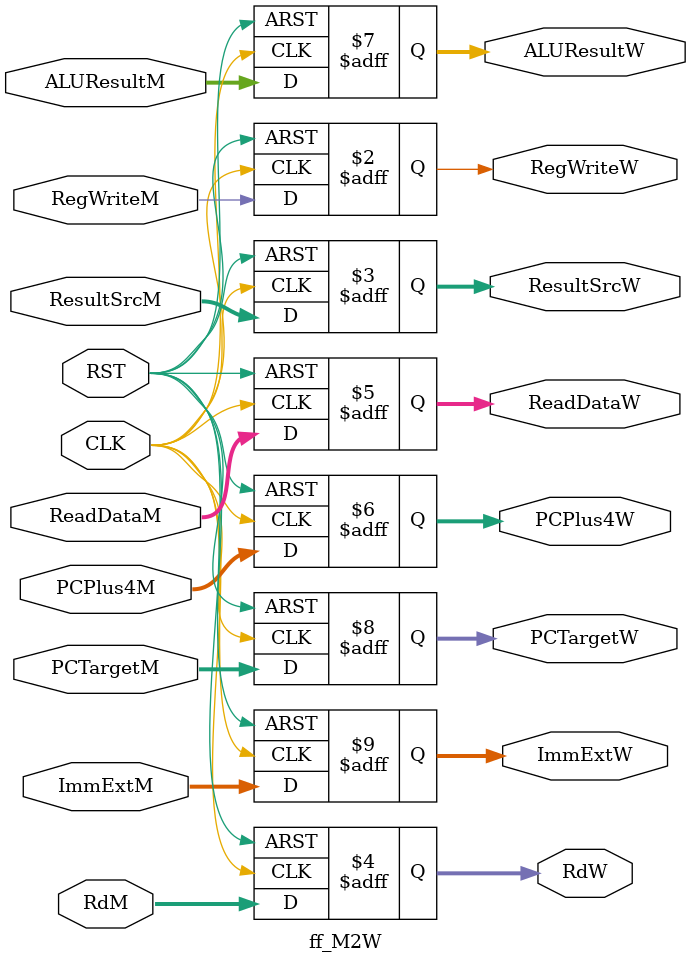
<source format=sv>
`ifndef ff_M2W
`define ff_M2W
module ff_M2W(input logic CLK, RST, RegWriteM,
                input logic [2:0] ResultSrcM,
                input logic [4:0] RdM,
                input logic [31:0] ReadDataM, PCPlus4M, ALUResultM, PCTargetM, ImmExtM, 
                output logic RegWriteW,
                output logic [2:0] ResultSrcW,
                output logic [4:0] RdW,
                output logic [31:0] ReadDataW, PCPlus4W, ALUResultW, PCTargetW, ImmExtW
                );
    always_ff @( posedge CLK, posedge RST) begin
        if (RST) begin
        RegWriteW <= 0;
        ResultSrcW <= 0;
        RdW <= 0;
        ReadDataW <= 0;
        PCPlus4W <= 0;
        ALUResultW <= 0;
        PCTargetW <= 0;
        ImmExtW <= 0;
        end
        
        else begin
        RegWriteW <= RegWriteM;
        ResultSrcW <= ResultSrcM;
        RdW <= RdM;
        ReadDataW <= ReadDataM;
        PCPlus4W <= PCPlus4M;
        ALUResultW <= ALUResultM;
        PCTargetW <= PCTargetM;
        ImmExtW <= ImmExtM;
        end
    end
endmodule
`endif
</source>
